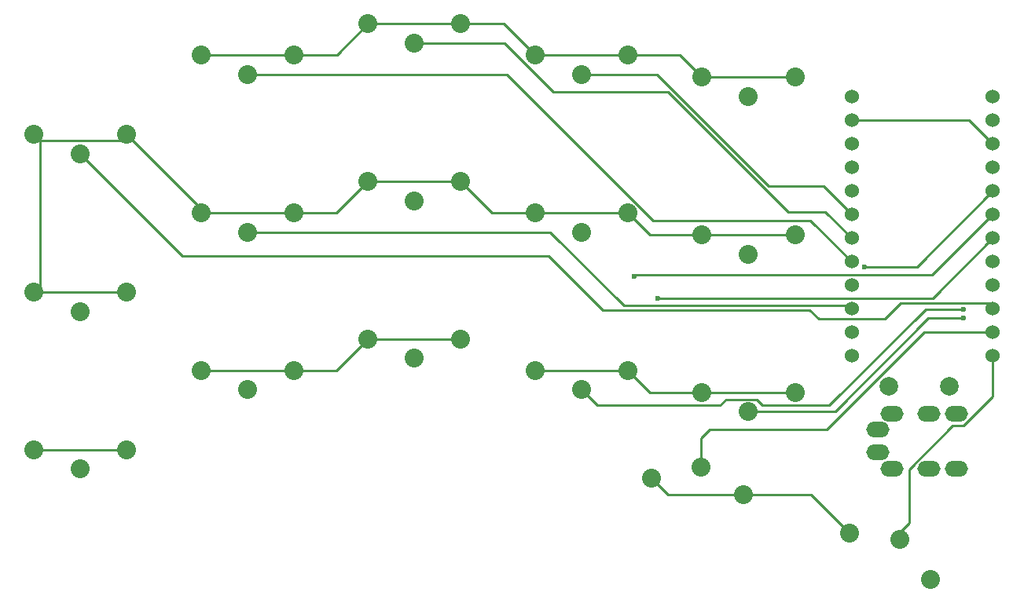
<source format=gtl>
G04 #@! TF.GenerationSoftware,KiCad,Pcbnew,5.1.6*
G04 #@! TF.CreationDate,2020-09-07T13:49:14+01:00*
G04 #@! TF.ProjectId,cradio,63726164-696f-42e6-9b69-6361645f7063,2.1*
G04 #@! TF.SameCoordinates,Original*
G04 #@! TF.FileFunction,Copper,L1,Top*
G04 #@! TF.FilePolarity,Positive*
%FSLAX46Y46*%
G04 Gerber Fmt 4.6, Leading zero omitted, Abs format (unit mm)*
G04 Created by KiCad (PCBNEW 5.1.6) date 2020-09-07 13:49:14*
%MOMM*%
%LPD*%
G01*
G04 APERTURE LIST*
G04 #@! TA.AperFunction,ComponentPad*
%ADD10C,1.524000*%
G04 #@! TD*
G04 #@! TA.AperFunction,ComponentPad*
%ADD11C,2.032000*%
G04 #@! TD*
G04 #@! TA.AperFunction,ComponentPad*
%ADD12C,2.000000*%
G04 #@! TD*
G04 #@! TA.AperFunction,ComponentPad*
%ADD13O,2.500000X1.700000*%
G04 #@! TD*
G04 #@! TA.AperFunction,ViaPad*
%ADD14C,0.600000*%
G04 #@! TD*
G04 #@! TA.AperFunction,Conductor*
%ADD15C,0.250000*%
G04 #@! TD*
G04 APERTURE END LIST*
D10*
X127111400Y-36830000D03*
X127111400Y-39370000D03*
X127111400Y-41910000D03*
X127111400Y-44450000D03*
X127111400Y-46990000D03*
X127111400Y-49530000D03*
X127111400Y-52070000D03*
X127111400Y-54610000D03*
X127111400Y-57150000D03*
X127111400Y-59690000D03*
X127111400Y-62230000D03*
X127111400Y-64770000D03*
X142331400Y-64770000D03*
X142331400Y-62230000D03*
X142331400Y-59690000D03*
X142331400Y-57150000D03*
X142331400Y-54610000D03*
X142331400Y-52070000D03*
X142331400Y-49530000D03*
X142331400Y-46990000D03*
X142331400Y-44450000D03*
X142331400Y-41910000D03*
X142331400Y-39370000D03*
X142331400Y-36830000D03*
D11*
X110874524Y-76809634D03*
X105585824Y-78009490D03*
X115433902Y-79745971D03*
X121000000Y-68720000D03*
X111000000Y-68720000D03*
X116000000Y-70820000D03*
X132280000Y-84560450D03*
X126899873Y-83879103D03*
X135560127Y-88879103D03*
X103000000Y-66345000D03*
X93000000Y-66345000D03*
X98000000Y-68445000D03*
X85000000Y-62970000D03*
X75000000Y-62970000D03*
X80000000Y-65070000D03*
X67000000Y-66345000D03*
X57000000Y-66345000D03*
X62000000Y-68445000D03*
X49000000Y-74905000D03*
X39000000Y-74905000D03*
X44000000Y-77005000D03*
X121000000Y-51720000D03*
X111000000Y-51720000D03*
X116000000Y-53820000D03*
X103000000Y-49340000D03*
X93000000Y-49340000D03*
X98000000Y-51440000D03*
X85000000Y-45970000D03*
X75000000Y-45970000D03*
X80000000Y-48070000D03*
X67000000Y-49340000D03*
X57000000Y-49340000D03*
X62000000Y-51440000D03*
X49000000Y-57900000D03*
X39000000Y-57900000D03*
X44000000Y-60000000D03*
X121000000Y-34720000D03*
X111000000Y-34720000D03*
X116000000Y-36820000D03*
X103000000Y-32340000D03*
X93000000Y-32340000D03*
X98000000Y-34440000D03*
X85000000Y-28980000D03*
X75000000Y-28980000D03*
X80000000Y-31080000D03*
X49000000Y-40900000D03*
X39000000Y-40900000D03*
X44000000Y-43000000D03*
X67000000Y-32340000D03*
X57000000Y-32340000D03*
X62000000Y-34440000D03*
D12*
X137616000Y-68072000D03*
X131116000Y-68072000D03*
D13*
X129932000Y-72760000D03*
X131432000Y-76960000D03*
X135432000Y-76960000D03*
X138432000Y-76960000D03*
X135432000Y-71010000D03*
X138432000Y-71010000D03*
X129932000Y-75210000D03*
X131432000Y-71010000D03*
D14*
X106237400Y-58551600D03*
X139150500Y-59739400D03*
X139181800Y-60750000D03*
X103678400Y-56236900D03*
X128468500Y-55198400D03*
D15*
X106237400Y-58551600D02*
X135849800Y-58551600D01*
X135849800Y-58551600D02*
X142331400Y-52070000D01*
X98000000Y-68445000D02*
X99664200Y-70109200D01*
X99664200Y-70109200D02*
X112935600Y-70109200D01*
X112935600Y-70109200D02*
X113566200Y-69478600D01*
X113566200Y-69478600D02*
X116847600Y-69478600D01*
X116847600Y-69478600D02*
X117460200Y-70091200D01*
X117460200Y-70091200D02*
X124715300Y-70091200D01*
X124715300Y-70091200D02*
X135067100Y-59739400D01*
X135067100Y-59739400D02*
X139150500Y-59739400D01*
X116000000Y-70820000D02*
X125318800Y-70820000D01*
X125318800Y-70820000D02*
X135388800Y-60750000D01*
X135388800Y-60750000D02*
X139181800Y-60750000D01*
X44000000Y-43000000D02*
X55001300Y-54001300D01*
X55001300Y-54001300D02*
X94475200Y-54001300D01*
X94475200Y-54001300D02*
X100295900Y-59822000D01*
X100295900Y-59822000D02*
X122581400Y-59822000D01*
X122581400Y-59822000D02*
X123577100Y-60817700D01*
X123577100Y-60817700D02*
X130719400Y-60817700D01*
X130719400Y-60817700D02*
X132423100Y-59114000D01*
X132423100Y-59114000D02*
X141755400Y-59114000D01*
X141755400Y-59114000D02*
X142331400Y-59690000D01*
X103000000Y-66345000D02*
X105375000Y-68720000D01*
X105375000Y-68720000D02*
X111000000Y-68720000D01*
X103000000Y-66345000D02*
X93000000Y-66345000D01*
X39681800Y-41581800D02*
X39000000Y-40900000D01*
X39681800Y-57900000D02*
X39681800Y-41581800D01*
X39681800Y-41581800D02*
X48318200Y-41581800D01*
X48318200Y-41581800D02*
X49000000Y-40900000D01*
X57000000Y-49340000D02*
X57000000Y-48900000D01*
X57000000Y-48900000D02*
X49000000Y-40900000D01*
X39681800Y-57900000D02*
X49000000Y-57900000D01*
X39000000Y-57900000D02*
X39681800Y-57900000D01*
X85000000Y-45970000D02*
X88370000Y-49340000D01*
X88370000Y-49340000D02*
X93000000Y-49340000D01*
X75000000Y-45970000D02*
X85000000Y-45970000D01*
X111000000Y-68720000D02*
X121000000Y-68720000D01*
X85000000Y-28980000D02*
X89640000Y-28980000D01*
X89640000Y-28980000D02*
X93000000Y-32340000D01*
X75000000Y-28980000D02*
X85000000Y-28980000D01*
X142331400Y-41910000D02*
X139791400Y-39370000D01*
X139791400Y-39370000D02*
X127111400Y-39370000D01*
X111000000Y-34720000D02*
X121000000Y-34720000D01*
X57000000Y-49340000D02*
X67000000Y-49340000D01*
X67000000Y-32340000D02*
X71640000Y-32340000D01*
X71640000Y-32340000D02*
X75000000Y-28980000D01*
X75000000Y-62970000D02*
X85000000Y-62970000D01*
X67000000Y-66345000D02*
X71625000Y-66345000D01*
X71625000Y-66345000D02*
X75000000Y-62970000D01*
X57000000Y-66345000D02*
X67000000Y-66345000D01*
X39000000Y-74905000D02*
X49000000Y-74905000D01*
X111000000Y-51720000D02*
X121000000Y-51720000D01*
X103000000Y-49340000D02*
X105380000Y-51720000D01*
X105380000Y-51720000D02*
X111000000Y-51720000D01*
X93000000Y-49340000D02*
X103000000Y-49340000D01*
X67000000Y-49340000D02*
X71630000Y-49340000D01*
X71630000Y-49340000D02*
X75000000Y-45970000D01*
X103000000Y-32340000D02*
X108620000Y-32340000D01*
X108620000Y-32340000D02*
X111000000Y-34720000D01*
X93000000Y-32340000D02*
X103000000Y-32340000D01*
X57000000Y-32340000D02*
X67000000Y-32340000D01*
X107322305Y-79745971D02*
X115433902Y-79745971D01*
X105585824Y-78009490D02*
X107322305Y-79745971D01*
X122766741Y-79745971D02*
X126899873Y-83879103D01*
X115433902Y-79745971D02*
X122766741Y-79745971D01*
X127111400Y-49530000D02*
X124063800Y-46482400D01*
X124063800Y-46482400D02*
X118144000Y-46482400D01*
X118144000Y-46482400D02*
X106101600Y-34440000D01*
X106101600Y-34440000D02*
X98000000Y-34440000D01*
X80000000Y-31080000D02*
X89730300Y-31080000D01*
X89730300Y-31080000D02*
X94951000Y-36300700D01*
X94951000Y-36300700D02*
X107295400Y-36300700D01*
X107295400Y-36300700D02*
X120243000Y-49248300D01*
X120243000Y-49248300D02*
X124289700Y-49248300D01*
X124289700Y-49248300D02*
X127111400Y-52070000D01*
X62000000Y-34440000D02*
X89997100Y-34440000D01*
X89997100Y-34440000D02*
X105726400Y-50169300D01*
X105726400Y-50169300D02*
X122670700Y-50169300D01*
X122670700Y-50169300D02*
X127111400Y-54610000D01*
X127111400Y-59690000D02*
X126793000Y-59371600D01*
X126793000Y-59371600D02*
X102564700Y-59371600D01*
X102564700Y-59371600D02*
X94633100Y-51440000D01*
X94633100Y-51440000D02*
X62000000Y-51440000D01*
X103678400Y-56236900D02*
X103852600Y-56062700D01*
X103852600Y-56062700D02*
X135798700Y-56062700D01*
X135798700Y-56062700D02*
X142331400Y-49530000D01*
X142331400Y-46990000D02*
X134123000Y-55198400D01*
X134123000Y-55198400D02*
X128468500Y-55198400D01*
X131665300Y-84389000D02*
X133272700Y-82781600D01*
X133272700Y-82781600D02*
X133272700Y-77055800D01*
X133272700Y-77055800D02*
X137978100Y-72350400D01*
X137978100Y-72350400D02*
X139153900Y-72350400D01*
X139153900Y-72350400D02*
X142331400Y-69172900D01*
X142331400Y-69172900D02*
X142331400Y-64770000D01*
X134919000Y-62230000D02*
X142331400Y-62230000D01*
X110874524Y-76809634D02*
X110874524Y-73815476D01*
X110874524Y-73815476D02*
X110890000Y-73800000D01*
X110890000Y-73800000D02*
X110890000Y-73660000D01*
X110890000Y-73660000D02*
X111805500Y-72744500D01*
X111805500Y-72744500D02*
X124404500Y-72744500D01*
X124404500Y-72744500D02*
X134919000Y-62230000D01*
M02*

</source>
